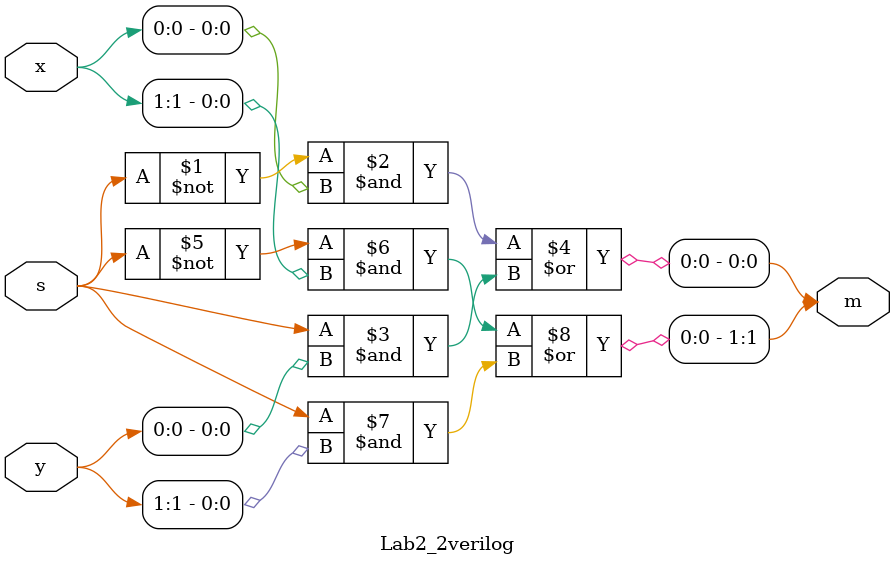
<source format=v>
`timescale 1ns / 1ps


module Lab2_2verilog(
    input [1:0]x,
    input [1:0]y,
    input s,
    output [1:0]m
    );
    
    assign m[0] = (~s&x[0]) | (s&y[0]);
    assign m[1] = (~s&x[1]) | (s&y[1]);
endmodule

</source>
